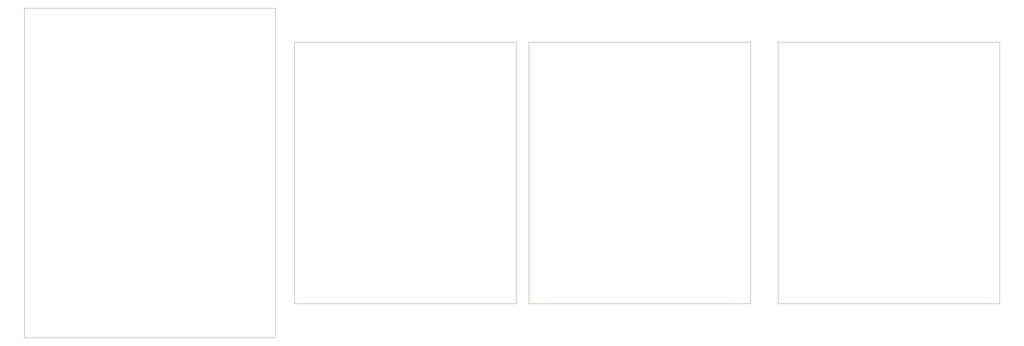
<source format=gbr>
%TF.GenerationSoftware,KiCad,Pcbnew,8.0.6*%
%TF.CreationDate,2024-12-22T20:43:21-05:00*%
%TF.ProjectId,flowcontrol_BL,666c6f77-636f-46e7-9472-6f6c5f424c2e,rev?*%
%TF.SameCoordinates,Original*%
%TF.FileFunction,Profile,NP*%
%FSLAX46Y46*%
G04 Gerber Fmt 4.6, Leading zero omitted, Abs format (unit mm)*
G04 Created by KiCad (PCBNEW 8.0.6) date 2024-12-22 20:43:21*
%MOMM*%
%LPD*%
G01*
G04 APERTURE LIST*
%TA.AperFunction,Profile*%
%ADD10C,0.050000*%
%TD*%
G04 APERTURE END LIST*
D10*
X18870000Y-39750000D02*
X86870000Y-39750000D01*
X86870000Y-129250000D01*
X18870000Y-129250000D01*
X18870000Y-39750000D01*
X91982500Y-49000000D02*
X151982500Y-49000000D01*
X151982500Y-120000000D01*
X91982500Y-120000000D01*
X91982500Y-49000000D01*
X223000000Y-49000000D02*
X283000000Y-49000000D01*
X283000000Y-120000000D01*
X223000000Y-120000000D01*
X223000000Y-49000000D01*
X155500000Y-49000000D02*
X215500000Y-49000000D01*
X215500000Y-120000000D01*
X155500000Y-120000000D01*
X155500000Y-49000000D01*
M02*

</source>
